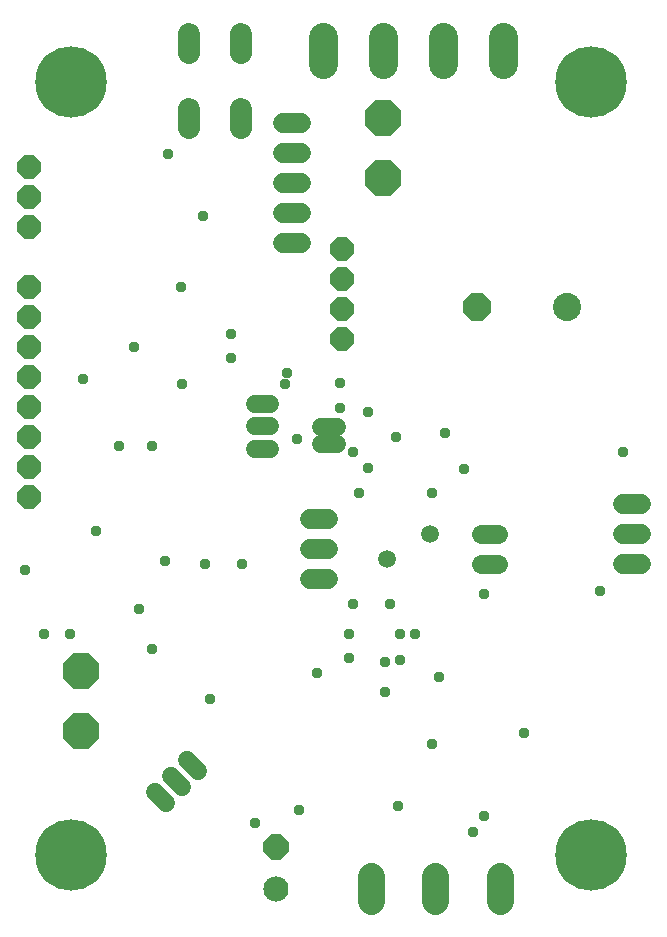
<source format=gbr>
G04 EAGLE Gerber X2 export*
%TF.Part,Single*%
%TF.FileFunction,Soldermask,Bot,1*%
%TF.FilePolarity,Negative*%
%TF.GenerationSoftware,Autodesk,EAGLE,8.6.3*%
%TF.CreationDate,2019-07-12T15:56:27Z*%
G75*
%MOMM*%
%FSLAX34Y34*%
%LPD*%
%AMOC8*
5,1,8,0,0,1.08239X$1,22.5*%
G01*
%ADD10P,3.250634X8X22.500000*%
%ADD11C,2.451100*%
%ADD12C,2.387600*%
%ADD13P,2.584314X8X292.500000*%
%ADD14P,2.309387X8X112.500000*%
%ADD15C,2.133600*%
%ADD16C,1.511200*%
%ADD17C,1.625600*%
%ADD18C,1.727200*%
%ADD19C,2.298700*%
%ADD20C,1.879600*%
%ADD21P,2.144431X8X202.500000*%
%ADD22C,6.045200*%
%ADD23C,0.959600*%
%ADD24C,1.503200*%


D10*
X323850Y684213D03*
X323850Y633413D03*
D11*
X273050Y730123D02*
X273050Y752602D01*
X323850Y752602D02*
X323850Y730123D01*
X374650Y730123D02*
X374650Y752602D01*
X425450Y752602D02*
X425450Y730123D01*
D12*
X479425Y523875D03*
D13*
X403225Y523875D03*
D14*
X233363Y66993D03*
D15*
X233363Y31433D03*
D16*
X271669Y423028D02*
X284749Y423028D01*
X284749Y408028D02*
X271669Y408028D01*
D17*
X407226Y331788D02*
X421450Y331788D01*
X421450Y306388D02*
X407226Y306388D01*
D18*
X527368Y357188D02*
X542608Y357188D01*
X542608Y331788D02*
X527368Y331788D01*
X527368Y306388D02*
X542608Y306388D01*
X277495Y293688D02*
X262255Y293688D01*
X262255Y319088D02*
X277495Y319088D01*
X277495Y344488D02*
X262255Y344488D01*
D16*
X144601Y126862D02*
X153849Y117613D01*
X140379Y104143D02*
X131130Y113392D01*
X158071Y140332D02*
X167320Y131083D01*
X215313Y423466D02*
X228393Y423466D01*
X228393Y404416D02*
X215313Y404416D01*
X215313Y442516D02*
X228393Y442516D01*
D10*
X68263Y215900D03*
X68263Y165100D03*
D18*
X239633Y680244D02*
X254873Y680244D01*
X254873Y654844D02*
X239633Y654844D01*
X239633Y629444D02*
X254873Y629444D01*
X254873Y604044D02*
X239633Y604044D01*
X239633Y578644D02*
X254873Y578644D01*
D19*
X422910Y42228D02*
X422910Y21273D01*
X368300Y21273D02*
X368300Y42228D01*
X313690Y42228D02*
X313690Y21273D01*
D20*
X159544Y675434D02*
X159544Y692198D01*
X159544Y738934D02*
X159544Y755698D01*
X203994Y692198D02*
X203994Y675434D01*
X203994Y738934D02*
X203994Y755698D01*
D21*
X288925Y496888D03*
X288925Y522288D03*
X288925Y547688D03*
X288925Y573088D03*
D22*
X60000Y60000D03*
X60000Y715000D03*
X500000Y715000D03*
X500000Y60000D03*
D21*
X23813Y363538D03*
X23813Y388938D03*
X23813Y414338D03*
X23813Y439738D03*
X23813Y465138D03*
X23813Y490538D03*
X23813Y515938D03*
X23813Y541338D03*
X23813Y592138D03*
X23813Y617538D03*
X23813Y642938D03*
D23*
X338138Y247650D03*
X338138Y225425D03*
X173038Y306388D03*
X204788Y306388D03*
D24*
X327025Y311150D03*
X363538Y331788D03*
D23*
X152797Y541338D03*
X112713Y490538D03*
X153988Y458788D03*
X100013Y406400D03*
X128588Y406400D03*
X195263Y501650D03*
X242888Y468313D03*
X303213Y366713D03*
X298450Y401638D03*
X365125Y366713D03*
X334963Y414338D03*
X376238Y417513D03*
X139700Y309563D03*
X80963Y334963D03*
X20638Y301625D03*
X36513Y247650D03*
X58738Y247650D03*
X117475Y268288D03*
X128588Y234950D03*
X177800Y192088D03*
X268288Y214313D03*
X371475Y211138D03*
X365125Y153988D03*
X442913Y163513D03*
X409575Y280988D03*
X409575Y93663D03*
X252413Y98425D03*
X215900Y87313D03*
X171847Y601663D03*
X141684Y654050D03*
X508000Y284163D03*
X527050Y401638D03*
X298450Y273050D03*
X69850Y463550D03*
X392113Y387350D03*
X325438Y198438D03*
X350838Y247650D03*
X336550Y101600D03*
X400050Y79375D03*
X325438Y223838D03*
X330200Y273050D03*
X295275Y227013D03*
X295275Y247650D03*
X195263Y481013D03*
X241300Y458788D03*
X311150Y387747D03*
X311547Y434975D03*
X287734Y459978D03*
X287734Y438944D03*
X250825Y412750D03*
M02*

</source>
